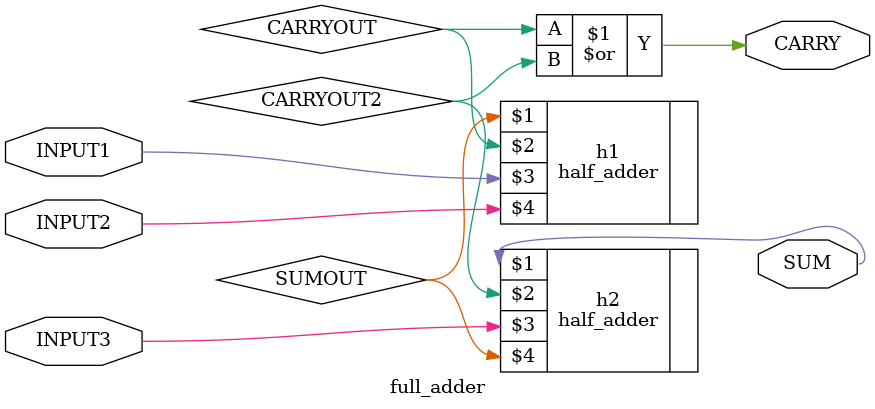
<source format=v>
`include "halfAdder.v"

module full_adder(SUM,CARRY,INPUT1,INPUT2,INPUT3);
	// port declaration
	input INPUT1,INPUT2,INPUT3;
	output SUM,CARRY;

	// gate level modeling of full adder
	half_adder h1(SUMOUT,CARRYOUT,INPUT1,INPUT2);
	or o1(CARRY,CARRYOUT,CARRYOUT2);
	half_adder h2(SUM,CARRYOUT2,INPUT3,SUMOUT);

endmodule
</source>
